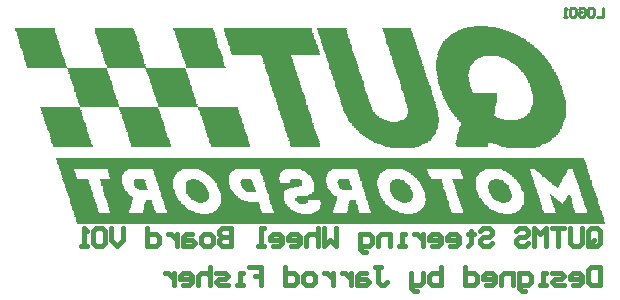
<source format=gbo>
%FSTAX23Y23*%
%MOIN*%
%SFA1B1*%

%IPPOS*%
%ADD12C,0.010000*%
%ADD15C,0.015000*%
%LNstrwl-p01-v01-1*%
%LPD*%
G36*
X0118Y02971D02*
X01182D01*
Y02969*
Y02966*
Y02964*
X01184*
Y02962*
Y0296*
Y02958*
X01186*
Y02955*
Y02953*
X01189*
Y02951*
Y02949*
Y02947*
Y02945*
X01191*
Y02942*
X01189*
Y0294*
Y02938*
X01193*
Y02936*
Y02934*
Y02931*
Y02929*
Y02927*
X01195*
Y02925*
Y02923*
Y0292*
X01197*
Y02918*
Y02916*
Y02914*
X01199*
Y02912*
Y0291*
Y02907*
X01202*
Y02905*
Y02903*
X01204*
Y02901*
Y02899*
Y02896*
X01206*
Y02894*
Y02892*
Y0289*
X01208*
Y02888*
Y02886*
X0121*
Y02883*
Y02881*
Y02879*
X01213*
Y02877*
Y02875*
Y02872*
Y0287*
X01215*
Y02868*
Y02866*
Y02864*
Y02861*
Y02859*
X01219*
Y02857*
X01217*
Y02855*
Y02853*
X01219*
Y02851*
Y02848*
Y02846*
X01221*
Y02844*
Y02842*
X01224*
Y0284*
X0109*
Y02842*
Y02844*
Y02846*
Y02848*
Y02851*
X01088*
Y02853*
Y02855*
X01086*
Y02857*
Y02859*
Y02861*
X01084*
Y02864*
Y02866*
Y02868*
Y0287*
X01081*
Y02872*
Y02875*
X01079*
Y02877*
Y02879*
Y02881*
X01077*
Y02883*
Y02886*
Y02888*
X01075*
Y0289*
Y02892*
Y02894*
X01073*
Y02896*
Y02899*
X01071*
Y02901*
Y02903*
Y02905*
X01068*
Y02907*
Y0291*
Y02912*
Y02914*
Y02916*
X01066*
Y02918*
Y0292*
Y02923*
X01064*
Y02925*
Y02927*
Y02929*
X01062*
Y02931*
Y02934*
Y02936*
X0106*
Y02938*
Y0294*
X01057*
Y02942*
Y02945*
Y02947*
Y02949*
X01055*
Y02951*
Y02953*
Y02955*
X01053*
Y02958*
Y0296*
Y02962*
X01051*
Y02964*
Y02966*
X01049*
Y02969*
Y02971*
Y02973*
X0118*
Y02971*
G37*
G36*
X00915D02*
Y02969D01*
X00918*
Y02966*
Y02964*
Y02962*
X0092*
Y0296*
Y02958*
Y02955*
X00922*
Y02953*
Y02951*
X00924*
Y02949*
Y02947*
Y02945*
X00926*
Y02942*
Y0294*
Y02938*
Y02936*
X00928*
Y02934*
Y02931*
Y02929*
X00931*
Y02927*
Y02925*
X00933*
Y02923*
Y0292*
Y02918*
Y02916*
Y02914*
X00937*
Y02912*
Y0291*
X00935*
Y02907*
X00937*
Y02905*
Y02903*
Y02901*
X00939*
Y02899*
Y02896*
Y02894*
X00942*
Y02892*
Y0289*
Y02888*
X00944*
Y02886*
Y02883*
X00946*
Y02881*
Y02879*
Y02877*
X00948*
Y02875*
Y02872*
Y0287*
X0095*
Y02868*
Y02866*
X00952*
Y02864*
Y02861*
Y02859*
Y02857*
Y02855*
Y02853*
Y02851*
X00957*
Y02848*
X00955*
Y02846*
X00957*
Y02844*
Y02842*
Y0284*
X01088*
Y02837*
Y02835*
X0109*
Y02833*
Y02831*
Y02829*
X01092*
Y02826*
Y02824*
X01095*
Y02822*
Y0282*
Y02818*
X01097*
Y02816*
Y02813*
Y02811*
X01099*
Y02809*
Y02807*
Y02805*
X01101*
Y02802*
Y028*
Y02798*
X01103*
Y02796*
Y02794*
Y02792*
X01105*
Y02789*
Y02787*
Y02785*
Y02783*
Y02781*
X01108*
Y02778*
X0111*
Y02776*
X01108*
Y02774*
X0111*
Y02772*
Y0277*
Y02767*
X01112*
Y02765*
Y02763*
Y02761*
X01114*
Y02759*
Y02757*
X01116*
Y02754*
Y02752*
Y0275*
X01119*
Y02748*
Y02746*
Y02743*
X01121*
Y02741*
Y02739*
Y02737*
X01123*
Y02735*
Y02732*
X01125*
Y0273*
Y02728*
Y02726*
Y02724*
Y02722*
Y02719*
X0113*
Y02717*
X01127*
Y02715*
Y02713*
X0113*
Y02711*
Y02708*
X00998*
Y02711*
Y02713*
Y02715*
Y02717*
X00996*
Y02719*
Y02722*
X00994*
Y02724*
Y02726*
Y02728*
X00992*
Y0273*
Y02732*
Y02735*
X0099*
Y02737*
Y02739*
Y02741*
X00987*
Y02743*
Y02746*
Y02748*
X00985*
Y0275*
Y02752*
X00983*
Y02754*
X00985*
Y02757*
Y02759*
X00981*
Y02761*
Y02763*
Y02765*
Y02767*
Y0277*
X00979*
Y02772*
Y02774*
Y02776*
X00977*
Y02778*
Y02781*
Y02783*
X00974*
Y02785*
Y02787*
Y02789*
X00972*
Y02792*
Y02794*
Y02796*
X0097*
Y02798*
Y028*
Y02802*
X00968*
Y02805*
Y02807*
Y02809*
X00966*
Y02811*
Y02813*
X00963*
Y02816*
Y02818*
Y0282*
X00961*
Y02822*
Y02824*
Y02826*
X00959*
Y02829*
Y02831*
Y02833*
Y02835*
Y02837*
X00955*
Y0284*
X00828*
Y02837*
Y02835*
Y02833*
Y02831*
Y02829*
X0083*
Y02826*
Y02824*
X00832*
Y02822*
Y0282*
Y02818*
X00834*
Y02816*
Y02813*
Y02811*
X00837*
Y02809*
Y02807*
Y02805*
X00839*
Y02802*
Y028*
Y02798*
X00841*
Y02796*
Y02794*
X00843*
Y02792*
Y02789*
Y02787*
X00845*
Y02785*
X00843*
Y02783*
X00848*
Y02781*
Y02778*
Y02776*
Y02774*
Y02772*
Y0277*
Y02767*
X0085*
Y02765*
Y02763*
Y02761*
X00852*
Y02759*
Y02757*
X00854*
Y02754*
Y02752*
Y0275*
X00856*
Y02748*
Y02746*
Y02743*
X00858*
Y02741*
Y02739*
Y02737*
X00861*
Y02735*
Y02732*
X00863*
Y0273*
Y02728*
Y02726*
X00865*
Y02724*
Y02722*
Y02719*
X00867*
Y02717*
Y02715*
X00869*
Y02713*
Y02711*
Y02708*
X00998*
Y02706*
Y02704*
Y02702*
X01001*
Y027*
Y02698*
Y02695*
X01003*
Y02693*
Y02691*
X01005*
Y02689*
Y02687*
Y02684*
X01007*
Y02682*
Y0268*
Y02678*
X01009*
Y02676*
Y02673*
X01011*
Y02671*
Y02669*
Y02667*
X01014*
Y02665*
Y02663*
Y0266*
X01016*
Y02658*
Y02656*
Y02654*
X01018*
Y02652*
X01016*
Y02649*
X01018*
Y02647*
X0102*
Y02645*
Y02643*
Y02641*
Y02638*
Y02636*
X01022*
Y02634*
Y02632*
Y0263*
Y02628*
X01025*
Y02625*
Y02623*
X01027*
Y02621*
Y02619*
Y02617*
X01029*
Y02614*
Y02612*
Y0261*
X01031*
Y02608*
Y02606*
X01033*
Y02604*
Y02601*
Y02599*
X01036*
Y02597*
Y02595*
Y02593*
X01038*
Y0259*
Y02588*
Y02586*
X0104*
Y02584*
Y02582*
X01042*
Y02579*
Y02577*
Y02575*
X00911*
Y02577*
X00909*
Y02579*
Y02582*
Y02584*
X00907*
Y02586*
Y02588*
Y0259*
X00904*
Y02593*
Y02595*
X00902*
Y02597*
Y02599*
Y02601*
X009*
Y02604*
Y02606*
Y02608*
X00898*
Y0261*
Y02612*
X00896*
Y02614*
Y02617*
Y02619*
Y02621*
Y02623*
Y02625*
X00891*
Y02628*
X00893*
Y0263*
Y02632*
X00891*
Y02634*
Y02636*
Y02638*
X00889*
Y02641*
Y02643*
Y02645*
X00887*
Y02647*
Y02649*
Y02652*
X00885*
Y02654*
Y02656*
Y02658*
X00883*
Y0266*
Y02663*
X0088*
Y02665*
Y02667*
Y02669*
X00878*
Y02671*
Y02673*
Y02676*
X00876*
Y02678*
Y0268*
Y02682*
Y02684*
Y02687*
X00872*
Y02689*
X00874*
Y02691*
Y02693*
X00872*
Y02695*
Y02698*
Y027*
X00869*
Y02702*
Y02704*
X00867*
Y02706*
Y02708*
X00738*
Y02706*
Y02704*
Y02702*
Y027*
Y02698*
X00743*
Y02695*
X0074*
Y02693*
Y02691*
X00743*
Y02689*
Y02687*
Y02684*
X00745*
Y02682*
Y0268*
Y02678*
X00747*
Y02676*
Y02673*
X00749*
Y02671*
Y02669*
Y02667*
X00751*
Y02665*
Y02663*
Y0266*
X00754*
Y02658*
Y02656*
Y02654*
X00756*
Y02652*
Y02649*
Y02647*
X00758*
Y02645*
Y02643*
X0076*
Y02641*
Y02638*
Y02636*
X00762*
Y02634*
X0076*
Y02632*
Y0263*
X00764*
Y02628*
X00762*
Y02625*
X00764*
Y02623*
Y02621*
Y02619*
X00767*
Y02617*
Y02614*
Y02612*
Y0261*
X00769*
Y02608*
Y02606*
X00771*
Y02604*
Y02601*
Y02599*
X00773*
Y02597*
Y02595*
Y02593*
X00775*
Y0259*
Y02588*
Y02586*
X00778*
Y02584*
Y02582*
X0078*
Y02579*
Y02577*
Y02575*
X00649*
Y02577*
X00646*
Y02579*
Y02582*
Y02584*
X00644*
Y02586*
Y02588*
Y0259*
X00642*
Y02593*
Y02595*
X0064*
Y02597*
Y02599*
Y02601*
X00638*
Y02604*
X0064*
Y02606*
Y02608*
X00636*
Y0261*
Y02612*
Y02614*
Y02617*
Y02619*
Y02621*
X00633*
Y02623*
Y02625*
Y02628*
X00631*
Y0263*
Y02632*
X00629*
Y02634*
Y02636*
Y02638*
X00627*
Y02641*
Y02643*
Y02645*
X00625*
Y02647*
Y02649*
Y02652*
X00622*
Y02654*
Y02656*
Y02658*
X0062*
Y0266*
Y02663*
X00618*
Y02665*
Y02667*
Y02669*
X00616*
Y02671*
X00618*
Y02673*
X00616*
Y02676*
X00614*
Y02678*
Y0268*
Y02682*
Y02684*
Y02687*
X00609*
Y02689*
X00611*
Y02691*
Y02693*
Y02695*
X00609*
Y02698*
Y027*
X00607*
Y02702*
Y02704*
Y02706*
X00605*
Y02708*
X00736*
Y02711*
Y02713*
Y02715*
Y02717*
X00734*
Y02719*
Y02722*
X00732*
Y02724*
Y02726*
Y02728*
X0073*
Y0273*
Y02732*
Y02735*
X00727*
Y02737*
Y02739*
Y02741*
X00725*
Y02743*
Y02746*
Y02748*
X00723*
Y0275*
Y02752*
Y02754*
Y02757*
Y02759*
X00719*
Y02761*
X00721*
Y02763*
X00719*
Y02765*
Y02767*
Y0277*
X00716*
Y02772*
Y02774*
Y02776*
Y02778*
X00714*
Y02781*
Y02783*
Y02785*
X00712*
Y02787*
Y02789*
X0071*
Y02792*
Y02794*
Y02796*
X00708*
Y02798*
Y028*
Y02802*
X00705*
Y02805*
Y02807*
Y02809*
X00703*
Y02811*
Y02813*
Y02816*
Y02818*
Y0282*
X00699*
Y02822*
X00701*
Y02824*
Y02826*
X00699*
Y02829*
Y02831*
X00697*
Y02833*
Y02835*
Y02837*
X00695*
Y0284*
X00561*
Y02842*
Y02844*
Y02846*
X00559*
Y02848*
Y02851*
Y02853*
X00557*
Y02855*
Y02857*
Y02859*
X00555*
Y02861*
Y02864*
Y02866*
X00552*
Y02868*
Y0287*
Y02872*
X0055*
Y02875*
Y02877*
Y02879*
Y02881*
Y02883*
X00546*
Y02886*
X00548*
Y02888*
Y0289*
X00546*
Y02892*
Y02894*
X00544*
Y02896*
Y02899*
Y02901*
X00542*
Y02903*
Y02905*
Y02907*
X00539*
Y0291*
Y02912*
Y02914*
X00537*
Y02916*
Y02918*
Y0292*
X00535*
Y02923*
Y02925*
X00533*
Y02927*
Y02929*
Y02931*
Y02934*
X00531*
Y02936*
Y02938*
Y0294*
Y02942*
Y02945*
X00526*
Y02947*
X00528*
Y02949*
Y02951*
X00526*
Y02953*
Y02955*
Y02958*
X00524*
Y0296*
Y02962*
X00522*
Y02964*
Y02966*
Y02969*
X0052*
Y02971*
Y02973*
X00653*
Y02971*
Y02969*
Y02966*
X00655*
Y02964*
Y02962*
Y0296*
Y02958*
Y02955*
X00657*
Y02953*
Y02951*
Y02949*
X0066*
Y02947*
Y02945*
Y02942*
X00662*
Y0294*
Y02938*
Y02936*
X00664*
Y02934*
Y02931*
Y02929*
X00666*
Y02927*
Y02925*
Y02923*
X00668*
Y0292*
Y02918*
Y02916*
X0067*
Y02914*
Y02912*
Y0291*
Y02907*
Y02905*
X00675*
Y02903*
Y02901*
Y02899*
Y02896*
Y02894*
Y02892*
X00677*
Y0289*
Y02888*
X00679*
Y02886*
Y02883*
Y02881*
X00681*
Y02879*
Y02877*
Y02875*
X00684*
Y02872*
Y0287*
Y02868*
X00686*
Y02866*
Y02864*
X00688*
Y02861*
Y02859*
Y02857*
X0069*
Y02855*
Y02853*
Y02851*
Y02848*
X00692*
Y02846*
Y02844*
X00695*
Y02842*
Y0284*
X00826*
Y02842*
Y02844*
Y02846*
Y02848*
X00824*
Y02851*
Y02853*
X00821*
Y02855*
Y02857*
Y02859*
Y02861*
X00819*
Y02864*
Y02866*
Y02868*
X00817*
Y0287*
Y02872*
X00815*
Y02875*
Y02877*
Y02879*
X00813*
Y02881*
Y02883*
Y02886*
X0081*
Y02888*
X00813*
Y0289*
Y02892*
X00808*
Y02894*
Y02896*
Y02899*
Y02901*
Y02903*
X00806*
Y02905*
Y02907*
Y0291*
X00804*
Y02912*
Y02914*
Y02916*
X00802*
Y02918*
Y0292*
X00799*
Y02923*
Y02925*
Y02927*
X00797*
Y02929*
Y02931*
Y02934*
X00795*
Y02936*
Y02938*
Y0294*
X00793*
Y02942*
Y02945*
Y02947*
X00791*
Y02949*
Y02951*
Y02953*
X00789*
Y02955*
Y02958*
Y0296*
X00786*
Y02962*
Y02964*
Y02966*
Y02969*
Y02971*
X00784*
Y02973*
X00915*
Y02971*
G37*
G36*
X01842D02*
Y02969D01*
Y02966*
Y02964*
Y02962*
X01844*
Y0296*
Y02958*
Y02955*
X01847*
Y02953*
Y02951*
X01849*
Y02949*
Y02947*
Y02945*
Y02942*
X01851*
Y0294*
Y02938*
Y02936*
X01853*
Y02934*
Y02931*
Y02929*
X01855*
Y02927*
Y02925*
X01857*
Y02923*
Y0292*
Y02918*
Y02916*
Y02914*
X01862*
Y02912*
X0186*
Y0291*
Y02907*
X01862*
Y02905*
Y02903*
Y02901*
X01864*
Y02899*
Y02896*
Y02894*
X01866*
Y02892*
Y0289*
Y02888*
X01868*
Y02886*
Y02883*
X01871*
Y02881*
Y02879*
Y02877*
X01873*
Y02875*
Y02872*
Y0287*
X01875*
Y02868*
Y02866*
Y02864*
X01877*
Y02861*
Y02859*
Y02857*
X01879*
Y02855*
Y02853*
Y02851*
X01881*
Y02848*
X01879*
Y02846*
X01884*
Y02844*
Y02842*
Y0284*
Y02837*
Y02835*
Y02833*
X01886*
Y02831*
Y02829*
Y02826*
X01888*
Y02824*
Y02822*
X0189*
Y0282*
Y02818*
Y02816*
X01892*
Y02813*
Y02811*
Y02809*
X01895*
Y02807*
Y02805*
Y02802*
X01897*
Y028*
Y02798*
X01899*
Y02796*
Y02794*
Y02792*
X01901*
Y02789*
Y02787*
Y02785*
Y02783*
X01903*
Y02781*
Y02778*
X01906*
Y02776*
Y02774*
Y02772*
Y0277*
Y02767*
Y02765*
X0191*
Y02763*
X01908*
Y02761*
X0191*
Y02759*
Y02757*
Y02754*
X01912*
Y02752*
Y0275*
Y02748*
X01914*
Y02746*
Y02743*
Y02741*
X01916*
Y02739*
Y02737*
X01919*
Y02735*
Y02732*
Y0273*
X01921*
Y02728*
Y02726*
Y02724*
X01923*
Y02722*
X01921*
Y02719*
X01923*
Y02717*
X01925*
Y02715*
Y02713*
Y02711*
Y02708*
Y02706*
Y02704*
X01927*
Y02702*
Y027*
Y02698*
X0193*
Y02695*
Y02693*
Y02691*
Y02689*
X01932*
Y02687*
Y02684*
Y02682*
Y0268*
Y02678*
Y02676*
X01934*
Y02673*
Y02671*
Y02669*
Y02667*
Y02665*
Y02663*
Y0266*
Y02658*
Y02656*
Y02654*
X01932*
Y02652*
Y02649*
Y02647*
Y02645*
Y02643*
X0193*
Y02641*
Y02638*
Y02636*
X01927*
Y02634*
Y02632*
X01925*
Y0263*
Y02628*
Y02625*
Y02623*
X01921*
Y02621*
X01923*
Y02619*
X01921*
Y02617*
Y02614*
X01919*
Y02612*
X01914*
Y0261*
Y02608*
X01912*
Y02606*
X0191*
Y02604*
Y02601*
X01908*
Y02599*
X01906*
Y02597*
X01901*
Y02595*
X01899*
Y02593*
X01897*
Y0259*
X0189*
Y02588*
X01888*
Y02586*
X01884*
Y02584*
X01879*
Y02582*
X01875*
Y02579*
X01868*
Y02577*
X01862*
Y02575*
X01855*
Y02573*
X01847*
Y02571*
X01781*
Y02573*
X0177*
Y02575*
X01759*
Y02577*
X01755*
Y02579*
X01748*
Y02582*
X01742*
Y02584*
X01735*
Y02586*
X01728*
Y02588*
X01726*
Y0259*
X01718*
Y02593*
X01713*
Y02595*
X01709*
Y02597*
X01707*
Y02599*
X01702*
Y02601*
X01698*
Y02604*
X01696*
Y02606*
X01691*
Y02608*
X01689*
Y0261*
X01687*
Y02612*
X0168*
Y02614*
X01678*
Y02617*
X01676*
Y02619*
X01672*
Y02621*
Y02623*
X01667*
Y02625*
Y02628*
X01663*
Y0263*
Y02632*
X01659*
Y02634*
X01656*
Y02636*
Y02638*
X01652*
Y02641*
X0165*
Y02643*
Y02645*
X01645*
Y02647*
Y02649*
X01643*
Y02652*
Y02654*
X01639*
Y02656*
Y02658*
X01637*
Y0266*
X01634*
Y02663*
X01632*
Y02665*
Y02667*
X0163*
Y02669*
Y02671*
Y02673*
X01628*
Y02676*
X01626*
Y02678*
Y0268*
X01624*
Y02682*
Y02684*
X01621*
Y02687*
Y02689*
X01619*
Y02691*
Y02693*
X01617*
Y02695*
X01615*
Y02698*
Y027*
Y02702*
X01613*
Y02704*
Y02706*
Y02708*
X0161*
Y02711*
Y02713*
Y02715*
X01608*
Y02717*
Y02719*
Y02722*
Y02724*
Y02726*
X01604*
Y02728*
X01606*
Y0273*
Y02732*
X01604*
Y02735*
Y02737*
Y02739*
Y02741*
X01602*
Y02743*
Y02746*
X016*
Y02748*
Y0275*
Y02752*
X01597*
Y02754*
Y02757*
Y02759*
X01595*
Y02761*
Y02763*
X01593*
Y02765*
Y02767*
Y0277*
X01591*
Y02772*
Y02774*
Y02776*
X01589*
Y02778*
Y02781*
Y02783*
X01586*
Y02785*
Y02787*
Y02789*
Y02792*
Y02794*
X01582*
Y02796*
X01584*
Y02798*
Y028*
X01582*
Y02802*
Y02805*
X0158*
Y02807*
Y02809*
Y02811*
X01578*
Y02813*
Y02816*
Y02818*
Y0282*
X01575*
Y02822*
Y02824*
Y02826*
X01573*
Y02829*
Y02831*
X01571*
Y02833*
Y02835*
Y02837*
X01569*
Y0284*
Y02842*
Y02844*
X01567*
Y02846*
Y02848*
Y02851*
Y02853*
Y02855*
X01565*
Y02857*
Y02859*
Y02861*
X01562*
Y02864*
Y02866*
Y02868*
X0156*
Y0287*
Y02872*
X01558*
Y02875*
Y02877*
Y02879*
X01556*
Y02881*
Y02883*
Y02886*
X01554*
Y02888*
Y0289*
Y02892*
X01551*
Y02894*
Y02896*
Y02899*
X01549*
Y02901*
Y02903*
Y02905*
X01547*
Y02907*
Y0291*
Y02912*
X01545*
Y02914*
Y02916*
Y02918*
Y0292*
Y02923*
X0154*
Y02925*
Y02927*
Y02929*
Y02931*
Y02934*
Y02936*
X01538*
Y02938*
Y0294*
X01536*
Y02942*
Y02945*
Y02947*
X01534*
Y02949*
Y02951*
Y02953*
X01532*
Y02955*
Y02958*
Y0296*
X0153*
Y02962*
Y02964*
X01527*
Y02966*
Y02969*
Y02971*
X01525*
Y02973*
X01621*
Y02971*
X01626*
Y02969*
X01624*
Y02966*
Y02964*
X01628*
Y02962*
X01626*
Y0296*
X01628*
Y02958*
Y02955*
Y02953*
X0163*
Y02951*
Y02949*
Y02947*
X01632*
Y02945*
Y02942*
Y0294*
X01634*
Y02938*
Y02936*
Y02934*
X01637*
Y02931*
Y02929*
Y02927*
X01639*
Y02925*
Y02923*
Y0292*
X01641*
Y02918*
Y02916*
Y02914*
X01643*
Y02912*
Y0291*
Y02907*
Y02905*
Y02903*
X01648*
Y02901*
X01645*
Y02899*
Y02896*
X01648*
Y02894*
Y02892*
Y0289*
X0165*
Y02888*
Y02886*
X01652*
Y02883*
Y02881*
Y02879*
X01654*
Y02877*
Y02875*
Y02872*
X01656*
Y0287*
Y02868*
Y02866*
X01659*
Y02864*
Y02861*
X01661*
Y02859*
Y02857*
Y02855*
Y02853*
X01663*
Y02851*
Y02848*
Y02846*
X01665*
Y02844*
Y02842*
X01667*
Y0284*
X01665*
Y02837*
Y02835*
X01669*
Y02833*
Y02831*
Y02829*
Y02826*
Y02824*
X01672*
Y02822*
Y0282*
Y02818*
X01674*
Y02816*
Y02813*
Y02811*
X01676*
Y02809*
Y02807*
Y02805*
X01678*
Y02802*
Y028*
Y02798*
X0168*
Y02796*
Y02794*
X01683*
Y02792*
Y02789*
Y02787*
X01685*
Y02785*
Y02783*
Y02781*
Y02778*
Y02776*
Y02774*
X01689*
Y02772*
X01687*
Y0277*
Y02767*
X01689*
Y02765*
Y02763*
Y02761*
X01691*
Y02759*
Y02757*
X01694*
Y02754*
Y02752*
Y0275*
X01696*
Y02748*
Y02746*
Y02743*
X01698*
Y02741*
Y02739*
Y02737*
X017*
Y02735*
Y02732*
X01702*
Y0273*
Y02728*
Y02726*
X01704*
Y02724*
Y02722*
Y02719*
X01707*
Y02717*
Y02715*
X01709*
Y02713*
X01707*
Y02711*
Y02708*
X01711*
Y02706*
Y02704*
Y02702*
Y027*
Y02698*
X01713*
Y02695*
Y02693*
X01718*
Y02691*
X0172*
Y02689*
Y02687*
X01722*
Y02684*
X01724*
Y02682*
X01726*
Y0268*
X01731*
Y02678*
X01733*
Y02676*
X01735*
Y02673*
X01742*
Y02671*
X01744*
Y02669*
X0175*
Y02667*
X01757*
Y02665*
X01761*
Y02663*
X01772*
Y0266*
X01796*
Y02663*
X01805*
Y02665*
X01812*
Y02667*
X01816*
Y02669*
X0182*
Y02671*
X01822*
Y02673*
X01825*
Y02676*
X01827*
Y02678*
Y0268*
X01829*
Y02682*
Y02684*
X01831*
Y02687*
Y02689*
Y02691*
Y02693*
Y02695*
Y02698*
Y027*
Y02702*
Y02704*
Y02706*
X01829*
Y02708*
Y02711*
Y02713*
X01827*
Y02715*
Y02717*
Y02719*
X01825*
Y02722*
Y02724*
X01822*
Y02726*
Y02728*
Y0273*
Y02732*
Y02735*
Y02737*
X0182*
Y02739*
Y02741*
Y02743*
X01818*
Y02746*
Y02748*
Y0275*
X01816*
Y02752*
Y02754*
Y02757*
X01814*
Y02759*
Y02761*
Y02763*
X01812*
Y02765*
Y02767*
X01809*
Y0277*
Y02772*
Y02774*
X01807*
Y02776*
Y02778*
Y02781*
X01805*
Y02783*
X01807*
Y02785*
X01803*
Y02787*
Y02789*
Y02792*
Y02794*
Y02796*
Y02798*
X01801*
Y028*
Y02802*
Y02805*
X01796*
Y02807*
X01798*
Y02809*
X01796*
Y02811*
Y02813*
Y02816*
X01794*
Y02818*
Y0282*
Y02822*
X01792*
Y02824*
Y02826*
Y02829*
Y02831*
X0179*
Y02833*
Y02835*
X01788*
Y02837*
Y0284*
Y02842*
X01785*
Y02844*
Y02846*
Y02848*
X01783*
Y02851*
Y02853*
X01781*
Y02855*
Y02857*
Y02859*
Y02861*
Y02864*
Y02866*
X01777*
Y02868*
X01779*
Y0287*
Y02872*
X01777*
Y02875*
Y02877*
Y02879*
X01774*
Y02881*
Y02883*
X01772*
Y02886*
Y02888*
Y0289*
X0177*
Y02892*
Y02894*
X01768*
Y02896*
Y02899*
Y02901*
X01766*
Y02903*
Y02905*
Y02907*
Y0291*
X01763*
Y02912*
Y02914*
Y02916*
X01761*
Y02918*
Y0292*
X01759*
Y02923*
Y02925*
Y02927*
Y02929*
Y02931*
Y02934*
X01755*
Y02936*
X01757*
Y02938*
X01755*
Y0294*
Y02942*
Y02945*
X01753*
Y02947*
Y02949*
Y02951*
X0175*
Y02953*
Y02955*
Y02958*
X01748*
Y0296*
Y02962*
X01746*
Y02964*
Y02966*
Y02969*
X01744*
Y02971*
Y02973*
X01842*
Y02971*
G37*
G36*
X0151D02*
Y02969D01*
X01512*
Y02966*
Y02964*
Y02962*
Y0296*
Y02958*
Y02955*
X01516*
Y02953*
X01514*
Y02951*
Y02949*
X01516*
Y02947*
Y02945*
Y02942*
X01519*
Y0294*
Y02938*
Y02936*
X01521*
Y02934*
Y02931*
X01523*
Y02929*
Y02927*
Y02925*
X01525*
Y02923*
Y0292*
Y02918*
X01527*
Y02916*
Y02914*
X0153*
Y02912*
Y0291*
Y02907*
X01532*
Y02905*
Y02903*
Y02901*
X01534*
Y02899*
Y02896*
Y02894*
X01536*
Y02892*
X01534*
Y0289*
Y02888*
X01538*
Y02886*
Y02883*
Y02881*
X01442*
Y02879*
Y02877*
Y02875*
X01444*
Y02872*
Y0287*
Y02868*
X01446*
Y02866*
Y02864*
X01449*
Y02861*
Y02859*
Y02857*
X01451*
Y02855*
Y02853*
Y02851*
Y02848*
Y02846*
X01455*
Y02844*
X01453*
Y02842*
Y0284*
X01455*
Y02837*
Y02835*
Y02833*
X01457*
Y02831*
Y02829*
Y02826*
Y02824*
X0146*
Y02822*
Y0282*
X01462*
Y02818*
Y02816*
Y02813*
X01464*
Y02811*
Y02809*
Y02807*
X01466*
Y02805*
Y02802*
X01468*
Y028*
Y02798*
Y02796*
X01471*
Y02794*
Y02792*
Y02789*
Y02787*
Y02785*
Y02783*
X01475*
Y02781*
X01473*
Y02778*
X01475*
Y02776*
Y02774*
Y02772*
X01477*
Y0277*
Y02767*
Y02765*
X01479*
Y02763*
Y02761*
Y02759*
X01481*
Y02757*
Y02754*
X01484*
Y02752*
Y0275*
Y02748*
X01486*
Y02746*
Y02743*
Y02741*
Y02739*
X01488*
Y02737*
Y02735*
X0149*
Y02732*
Y0273*
Y02728*
X01492*
Y02726*
Y02724*
Y02722*
Y02719*
Y02717*
Y02715*
X01497*
Y02713*
Y02711*
Y02708*
Y02706*
Y02704*
X01499*
Y02702*
Y027*
Y02698*
X01501*
Y02695*
Y02693*
X01503*
Y02691*
Y02689*
Y02687*
X01506*
Y02684*
Y02682*
Y0268*
X01508*
Y02678*
Y02676*
Y02673*
X0151*
Y02671*
Y02669*
X01512*
Y02667*
Y02665*
Y02663*
Y0266*
X01514*
Y02658*
X01512*
Y02656*
Y02654*
X01516*
Y02652*
X01514*
Y02649*
X01516*
Y02647*
Y02645*
Y02643*
X01519*
Y02641*
Y02638*
Y02636*
X01521*
Y02634*
Y02632*
Y0263*
X01523*
Y02628*
Y02625*
X01525*
Y02623*
Y02621*
Y02619*
X01527*
Y02617*
Y02614*
Y02612*
X0153*
Y0261*
Y02608*
Y02606*
X01532*
Y02604*
Y02601*
X01534*
Y02599*
Y02597*
Y02595*
X01536*
Y02593*
X01534*
Y0259*
Y02588*
X01538*
Y02586*
Y02584*
Y02582*
Y02579*
Y02577*
X0154*
Y02575*
X0144*
Y02577*
Y02579*
X01438*
Y02582*
Y02584*
Y02586*
X01436*
Y02588*
Y0259*
Y02593*
Y02595*
Y02597*
X01431*
Y02599*
X01433*
Y02601*
Y02604*
X01431*
Y02606*
Y02608*
Y0261*
X01429*
Y02612*
Y02614*
X01427*
Y02617*
Y02619*
Y02621*
X01425*
Y02623*
Y02625*
Y02628*
X01422*
Y0263*
Y02632*
Y02634*
X0142*
Y02636*
Y02638*
Y02641*
X01418*
Y02643*
Y02645*
Y02647*
X01416*
Y02649*
Y02652*
Y02654*
X01414*
Y02656*
Y02658*
Y0266*
Y02663*
Y02665*
X01409*
Y02667*
X01412*
Y02669*
Y02671*
X01409*
Y02673*
Y02676*
Y02678*
X01407*
Y0268*
Y02682*
X01405*
Y02684*
Y02687*
Y02689*
X01403*
Y02691*
Y02693*
Y02695*
X01401*
Y02698*
Y027*
X01398*
Y02702*
Y02704*
Y02706*
Y02708*
X01396*
Y02711*
Y02713*
Y02715*
X01394*
Y02717*
Y02719*
Y02722*
Y02724*
Y02726*
X0139*
Y02728*
X01392*
Y0273*
Y02732*
X0139*
Y02735*
Y02737*
Y02739*
X01387*
Y02741*
Y02743*
X01385*
Y02746*
Y02748*
Y0275*
X01383*
Y02752*
Y02754*
Y02757*
X01381*
Y02759*
Y02761*
Y02763*
X01379*
Y02765*
Y02767*
X01377*
Y0277*
Y02772*
Y02774*
X01374*
Y02776*
Y02778*
Y02781*
X01372*
Y02783*
Y02785*
Y02787*
Y02789*
Y02792*
Y02794*
X01368*
Y02796*
Y02798*
Y028*
Y02802*
Y02805*
X01366*
Y02807*
Y02809*
Y02811*
X01363*
Y02813*
Y02816*
Y02818*
X01361*
Y0282*
Y02822*
Y02824*
X01359*
Y02826*
Y02829*
Y02831*
X01357*
Y02833*
Y02835*
X01355*
Y02837*
Y0284*
Y02842*
X01353*
Y02844*
Y02846*
Y02848*
Y02851*
Y02853*
X01348*
Y02855*
X0135*
Y02857*
Y02859*
X01346*
Y02861*
Y02864*
Y02866*
Y02868*
Y0287*
Y02872*
X01344*
Y02875*
Y02877*
Y02879*
X01342*
Y02881*
X01243*
Y02883*
Y02886*
X01241*
Y02888*
Y0289*
Y02892*
Y02894*
Y02896*
X01239*
Y02899*
Y02901*
Y02903*
Y02905*
X01237*
Y02907*
Y0291*
Y02912*
X01234*
Y02914*
Y02916*
X01232*
Y02918*
Y0292*
Y02923*
X0123*
Y02925*
Y02927*
Y02929*
X01228*
Y02931*
Y02934*
Y02936*
X01226*
Y02938*
Y0294*
X01224*
Y02942*
Y02945*
Y02947*
X01221*
Y02949*
Y02951*
Y02953*
Y02955*
Y02958*
Y0296*
X01219*
Y02962*
Y02964*
X01217*
Y02966*
Y02969*
Y02971*
X01215*
Y02973*
X0151*
Y02971*
G37*
G36*
X01263Y02706D02*
Y02704D01*
X01265*
Y02702*
Y027*
Y02698*
X01267*
Y02695*
Y02693*
X01269*
Y02691*
Y02689*
Y02687*
X01272*
Y02684*
Y02682*
Y0268*
X01274*
Y02678*
Y02676*
Y02673*
X01276*
Y02671*
Y02669*
X01278*
Y02667*
Y02665*
Y02663*
Y0266*
Y02658*
Y02656*
X01283*
Y02654*
X0128*
Y02652*
X01283*
Y02649*
Y02647*
Y02645*
X01285*
Y02643*
Y02641*
Y02638*
Y02636*
X01287*
Y02634*
Y02632*
Y0263*
X01289*
Y02628*
Y02625*
X01291*
Y02623*
Y02621*
Y02619*
X01293*
Y02617*
Y02614*
Y02612*
X01296*
Y0261*
Y02608*
Y02606*
X01298*
Y02604*
Y02601*
Y02599*
Y02597*
Y02595*
X01302*
Y02593*
X013*
Y0259*
Y02588*
X01302*
Y02586*
Y02584*
X01304*
Y02582*
Y02579*
Y02577*
X01307*
Y02575*
X01173*
Y02577*
Y02579*
Y02582*
Y02584*
Y02586*
X01171*
Y02588*
Y0259*
X01169*
Y02593*
Y02595*
Y02597*
X01167*
Y02599*
Y02601*
Y02604*
X01165*
Y02606*
Y02608*
Y0261*
X01162*
Y02612*
Y02614*
X0116*
Y02617*
Y02619*
Y02621*
X01158*
Y02623*
Y02625*
Y02628*
X01156*
Y0263*
X01158*
Y02632*
X01154*
Y02634*
Y02636*
Y02638*
Y02641*
Y02643*
Y02645*
Y02647*
X01151*
Y02649*
Y02652*
Y02654*
X01149*
Y02656*
Y02658*
X01147*
Y0266*
Y02663*
Y02665*
X01145*
Y02667*
Y02669*
Y02671*
X01143*
Y02673*
Y02676*
Y02678*
X0114*
Y0268*
Y02682*
X01138*
Y02684*
Y02687*
Y02689*
X01136*
Y02691*
Y02693*
Y02695*
X01134*
Y02698*
Y027*
X01132*
Y02702*
Y02704*
Y02706*
Y02708*
X01263*
Y02706*
G37*
G36*
X02098Y02977D02*
Y02975D01*
X02124*
Y02973*
X02133*
Y02971*
X02139*
Y02969*
X02146*
Y02966*
X02155*
Y02964*
X02159*
Y02962*
X02166*
Y0296*
X02172*
Y02958*
X02174*
Y02955*
X02183*
Y02953*
X02188*
Y02951*
X02192*
Y02949*
X02196*
Y02947*
X02201*
Y02945*
X02205*
Y02942*
X02209*
Y0294*
X02212*
Y02938*
X02216*
Y02936*
X02218*
Y02934*
X02225*
Y02931*
Y02929*
X02229*
Y02927*
X02233*
Y02925*
X02236*
Y02923*
X02238*
Y0292*
X0224*
Y02918*
X02244*
Y02916*
X02247*
Y02914*
X02251*
Y02912*
Y0291*
X02255*
Y02907*
X02257*
Y02905*
X0226*
Y02903*
X02262*
Y02901*
X02264*
Y02899*
X02266*
Y02896*
X02268*
Y02894*
X02271*
Y02892*
X02273*
Y0289*
X02275*
Y02888*
X02277*
Y02886*
X02279*
Y02883*
X02282*
Y02881*
X02284*
Y02879*
X02286*
Y02877*
X02288*
Y02875*
Y02872*
X0229*
Y0287*
X02292*
Y02868*
X02295*
Y02866*
Y02864*
X02297*
Y02861*
X02299*
Y02859*
X02301*
Y02857*
Y02855*
X02303*
Y02853*
X02306*
Y02851*
Y02848*
X02308*
Y02846*
X0231*
Y02844*
X02312*
Y02842*
Y0284*
Y02837*
X02317*
Y02835*
X02319*
Y02833*
X02317*
Y02831*
X02319*
Y02829*
Y02826*
X02321*
Y02824*
X02323*
Y02822*
Y0282*
X02325*
Y02818*
Y02816*
X02327*
Y02813*
Y02811*
X0233*
Y02809*
Y02807*
X02332*
Y02805*
Y02802*
X02334*
Y028*
Y02798*
Y02796*
Y02794*
X02338*
Y02792*
X02336*
Y02789*
X02338*
Y02787*
Y02785*
Y02783*
X02341*
Y02781*
Y02778*
X02343*
Y02776*
Y02774*
Y02772*
X02345*
Y0277*
Y02767*
Y02765*
X02347*
Y02763*
Y02761*
Y02759*
X02349*
Y02757*
Y02754*
Y02752*
X02351*
Y0275*
Y02748*
Y02746*
Y02743*
Y02741*
X02354*
Y02739*
Y02737*
Y02735*
Y02732*
X02356*
Y0273*
Y02728*
Y02726*
Y02724*
Y02722*
Y02719*
Y02717*
Y02715*
Y02713*
Y02711*
Y02708*
Y02706*
Y02704*
Y02702*
Y027*
Y02698*
Y02695*
Y02693*
Y02691*
Y02689*
Y02687*
Y02684*
Y02682*
Y0268*
Y02678*
Y02676*
Y02673*
X02354*
Y02671*
Y02669*
Y02667*
Y02665*
X02351*
Y02663*
Y0266*
Y02658*
X02349*
Y02656*
Y02654*
Y02652*
X02347*
Y02649*
Y02647*
X02345*
Y02645*
Y02643*
Y02641*
X02343*
Y02638*
Y02636*
X02341*
Y02634*
X02338*
Y02632*
X02336*
Y0263*
X02338*
Y02628*
X02336*
Y02625*
X02334*
Y02623*
Y02621*
X02332*
Y02619*
X0233*
Y02617*
X02327*
Y02614*
X02325*
Y02612*
X02323*
Y0261*
X02321*
Y02608*
X02319*
Y02606*
X02317*
Y02604*
X02312*
Y02601*
Y02599*
X02308*
Y02597*
X02306*
Y02595*
X02303*
Y02593*
X02299*
Y0259*
X02295*
Y02588*
X0229*
Y02586*
X02286*
Y02584*
X02279*
Y02582*
X02275*
Y02579*
X02271*
Y02577*
X02264*
Y02575*
X02257*
Y02573*
X02249*
Y02571*
X02168*
Y02573*
X02157*
Y02575*
X02146*
Y02577*
X02142*
Y02579*
X02133*
Y02582*
X02126*
Y02584*
X02122*
Y02586*
X02115*
Y02588*
X02111*
Y0259*
X02098*
Y02588*
Y02586*
Y02584*
Y02582*
Y02579*
Y02577*
X02096*
Y02575*
X01991*
Y02577*
X01993*
Y02579*
X01991*
Y02582*
Y02584*
Y02586*
X01989*
Y02588*
Y0259*
X01991*
Y02593*
Y02595*
Y02597*
Y02599*
X01993*
Y02601*
Y02604*
Y02606*
X01995*
Y02608*
Y0261*
Y02612*
Y02614*
Y02617*
Y02619*
X01997*
Y02621*
Y02623*
Y02625*
X02*
Y02628*
Y0263*
Y02632*
X02002*
Y02634*
Y02636*
Y02638*
Y02641*
X02004*
Y02643*
Y02645*
Y02647*
X02006*
Y02649*
Y02652*
Y02654*
Y02656*
Y02658*
X02004*
Y0266*
X02002*
Y02663*
X02*
Y02665*
X01997*
Y02667*
X01995*
Y02669*
X01993*
Y02671*
X01991*
Y02673*
X01993*
Y02676*
X01989*
Y02678*
X01986*
Y0268*
X01984*
Y02682*
Y02684*
X01982*
Y02687*
X0198*
Y02689*
X01978*
Y02691*
Y02693*
X01975*
Y02695*
Y02698*
Y027*
X01969*
Y02702*
X01971*
Y02704*
X01969*
Y02706*
Y02708*
X01965*
Y02711*
Y02713*
Y02715*
X01962*
Y02717*
Y02719*
X0196*
Y02722*
X01958*
Y02724*
X01956*
Y02726*
Y02728*
X01954*
Y0273*
Y02732*
Y02735*
Y02737*
X01949*
Y02739*
X01951*
Y02741*
Y02743*
X01949*
Y02746*
X01947*
Y02748*
Y0275*
X01945*
Y02752*
Y02754*
Y02757*
X01943*
Y02759*
Y02761*
X01941*
Y02763*
Y02765*
X01938*
Y02767*
Y0277*
Y02772*
X01936*
Y02774*
Y02776*
Y02778*
X01934*
Y02781*
Y02783*
Y02785*
X01932*
Y02787*
Y02789*
Y02792*
Y02794*
Y02796*
Y02798*
Y028*
Y02802*
X01927*
Y02805*
X0193*
Y02807*
Y02809*
Y02811*
X01927*
Y02813*
Y02816*
Y02818*
Y0282*
Y02822*
Y02824*
Y02826*
Y02829*
X01925*
Y02831*
Y02833*
Y02835*
Y02837*
Y0284*
Y02842*
Y02844*
Y02846*
Y02848*
Y02851*
Y02853*
Y02855*
Y02857*
Y02859*
Y02861*
Y02864*
X01927*
Y02866*
Y02868*
Y0287*
Y02872*
Y02875*
Y02877*
X0193*
Y02879*
Y02881*
Y02883*
X01927*
Y02886*
X01932*
Y02888*
Y0289*
Y02892*
Y02894*
Y02896*
X01934*
Y02899*
Y02901*
X01936*
Y02903*
Y02905*
Y02907*
X01938*
Y0291*
X01941*
Y02912*
Y02914*
X01943*
Y02916*
X01945*
Y02918*
Y0292*
Y02923*
X01949*
Y02925*
X01951*
Y02927*
X01949*
Y02929*
X01954*
Y02931*
Y02934*
X01958*
Y02936*
X0196*
Y02938*
X01962*
Y0294*
X01965*
Y02942*
X01967*
Y02945*
X01969*
Y02947*
X01971*
Y02949*
X01975*
Y02951*
Y02953*
X0198*
Y02955*
X01986*
Y02958*
X01989*
Y0296*
X01993*
Y02962*
X01997*
Y02964*
X02002*
Y02966*
X02008*
Y02969*
X02013*
Y02971*
X02021*
Y02973*
X02028*
Y02975*
X0205*
Y02977*
Y02979*
X02098*
Y02977*
G37*
G36*
X02419Y02536D02*
X02417D01*
Y02534*
Y02531*
X02421*
Y02529*
Y02527*
Y02525*
X02424*
Y02523*
Y0252*
Y02518*
Y02516*
Y02514*
X02426*
Y02512*
Y0251*
Y02507*
X02428*
Y02505*
Y02503*
Y02501*
X0243*
Y02499*
Y02496*
X02432*
Y02494*
Y02492*
Y0249*
X02435*
Y02488*
Y02485*
Y02483*
X02437*
Y02481*
Y02479*
Y02477*
X02439*
Y02475*
Y02472*
Y0247*
X02441*
Y02468*
X02439*
Y02466*
Y02464*
X02443*
Y02461*
Y02459*
Y02457*
Y02455*
Y02453*
X02445*
Y0245*
Y02448*
Y02446*
X02448*
Y02444*
Y02442*
Y0244*
X0245*
Y02437*
Y02435*
Y02433*
X02452*
Y02431*
Y02429*
X02454*
Y02426*
Y02424*
Y02422*
X02456*
Y0242*
Y02418*
Y02416*
X02459*
Y02413*
Y02411*
X02461*
Y02409*
Y02407*
Y02405*
X02463*
Y02402*
Y024*
Y02398*
X02465*
Y02396*
Y02394*
Y02391*
Y02389*
Y02387*
Y02385*
X02467*
Y02383*
Y02381*
Y02378*
X0247*
Y02376*
Y02374*
Y02372*
X02472*
Y0237*
Y02367*
Y02365*
X02474*
Y02363*
Y02361*
X02476*
Y02359*
Y02357*
Y02354*
X02478*
Y02352*
Y0235*
Y02348*
X0248*
Y02346*
Y02343*
X02483*
Y02341*
Y02339*
Y02337*
X02485*
Y02335*
Y02332*
Y0233*
Y02328*
Y02326*
Y02324*
X02489*
Y02322*
Y02319*
X00727*
Y02322*
Y02324*
Y02326*
X00725*
Y02328*
Y0233*
X00723*
Y02332*
Y02335*
Y02337*
Y02339*
Y02341*
Y02343*
X00719*
Y02346*
X00721*
Y02348*
X00719*
Y0235*
Y02352*
Y02354*
X00716*
Y02357*
Y02359*
Y02361*
X00714*
Y02363*
Y02365*
Y02367*
X00712*
Y0237*
Y02372*
X0071*
Y02374*
Y02376*
Y02378*
X00708*
Y02381*
Y02383*
Y02385*
Y02387*
X00705*
Y02389*
Y02391*
Y02394*
X00703*
Y02396*
Y02398*
Y024*
Y02402*
Y02405*
X00699*
Y02407*
X00701*
Y02409*
Y02411*
X00699*
Y02413*
Y02416*
Y02418*
X00697*
Y0242*
Y02422*
X00695*
Y02424*
Y02426*
Y02429*
X00692*
Y02431*
Y02433*
Y02435*
X0069*
Y02437*
Y0244*
X00688*
Y02442*
Y02444*
Y02446*
X00686*
Y02448*
Y0245*
Y02453*
X00684*
Y02455*
Y02457*
Y02459*
X00681*
Y02461*
Y02464*
Y02466*
X00679*
Y02468*
X00681*
Y0247*
Y02472*
X00677*
Y02475*
X00679*
Y02477*
X00677*
Y02479*
Y02481*
Y02483*
X00675*
Y02485*
Y02488*
Y0249*
X00673*
Y02492*
Y02494*
Y02496*
X0067*
Y02499*
Y02501*
Y02503*
X00668*
Y02505*
Y02507*
X00666*
Y0251*
Y02512*
Y02514*
X00664*
Y02516*
Y02518*
Y0252*
X00662*
Y02523*
Y02525*
Y02527*
Y02529*
Y02531*
X00657*
Y02534*
X0066*
Y02536*
X00657*
Y02538*
X02419*
Y02536*
G37*
%LNstrwl-p01-v01-2*%
%LPC*%
G36*
X02133Y02879D02*
X0208D01*
Y02877*
X02078*
Y02875*
X02074*
Y02872*
X02065*
Y0287*
X02063*
Y02868*
X02061*
Y02866*
X02059*
Y02864*
X02054*
Y02861*
X02052*
Y02859*
X0205*
Y02857*
Y02855*
X02048*
Y02853*
X02043*
Y02851*
Y02848*
X02041*
Y02846*
Y02844*
X02039*
Y02842*
Y0284*
Y02837*
X02037*
Y02835*
Y02833*
Y02831*
X02035*
Y02829*
Y02826*
Y02824*
Y02822*
Y0282*
Y02818*
X02032*
Y02816*
Y02813*
Y02811*
Y02809*
X02035*
Y02807*
Y02805*
Y02802*
Y028*
Y02798*
Y02796*
Y02794*
Y02792*
X02037*
Y02789*
Y02787*
Y02785*
Y02783*
X02039*
Y02781*
Y02778*
Y02776*
X02041*
Y02774*
Y02772*
Y0277*
X02043*
Y02767*
Y02765*
Y02763*
X02045*
Y02761*
Y02759*
X02048*
Y02757*
X02124*
Y02754*
X02126*
Y02752*
Y0275*
Y02748*
X02129*
Y02746*
Y02743*
Y02741*
Y02739*
Y02737*
Y02735*
Y02732*
X02126*
Y0273*
Y02728*
Y02726*
Y02724*
Y02722*
X02124*
Y02719*
Y02717*
Y02715*
Y02713*
X02122*
Y02711*
Y02708*
Y02706*
Y02704*
Y02702*
X0212*
Y027*
Y02698*
Y02695*
Y02693*
Y02691*
Y02689*
Y02687*
Y02684*
X02118*
Y02682*
Y0268*
X0212*
Y02678*
X02124*
Y02676*
X02126*
Y02673*
X02137*
Y02671*
Y02669*
X0215*
Y02667*
X02163*
Y02665*
X0219*
Y02667*
X02198*
Y02669*
X02209*
Y02671*
Y02673*
X02218*
Y02676*
X0222*
Y02678*
X02223*
Y0268*
X02227*
Y02682*
Y02684*
X02231*
Y02687*
Y02689*
X02236*
Y02691*
Y02693*
X02238*
Y02695*
Y02698*
X0224*
Y027*
Y02702*
X02242*
Y02704*
Y02706*
Y02708*
X02244*
Y02711*
Y02713*
Y02715*
X02247*
Y02717*
Y02719*
Y02722*
Y02724*
Y02726*
Y02728*
Y0273*
Y02732*
Y02735*
Y02737*
Y02739*
Y02741*
Y02743*
Y02746*
Y02748*
Y0275*
Y02752*
X02244*
Y02754*
Y02757*
Y02759*
Y02761*
Y02763*
X02242*
Y02765*
Y02767*
Y0277*
X0224*
Y02772*
Y02774*
Y02776*
X02238*
Y02778*
Y02781*
X02236*
Y02783*
Y02785*
Y02787*
Y02789*
X02231*
Y02792*
Y02794*
Y02796*
Y02798*
X02229*
Y028*
Y02802*
X02227*
Y02805*
X02225*
Y02807*
Y02809*
Y02811*
X0222*
Y02813*
Y02816*
X02218*
Y02818*
X02216*
Y0282*
Y02822*
X02214*
Y02824*
X02212*
Y02826*
X02209*
Y02829*
Y02831*
X02207*
Y02833*
X02205*
Y02835*
X02203*
Y02837*
X02201*
Y0284*
X02198*
Y02842*
X02196*
Y02844*
X02194*
Y02846*
X02192*
Y02848*
X02188*
Y02851*
X02185*
Y02853*
X02181*
Y02855*
X02179*
Y02857*
X02174*
Y02859*
X02172*
Y02861*
X02168*
Y02864*
X02163*
Y02866*
X02161*
Y02868*
X02155*
Y0287*
X02153*
Y02872*
X02142*
Y02875*
X02135*
Y02877*
X02133*
Y02879*
G37*
G36*
X02382Y02503D02*
X02365D01*
Y02501*
Y02499*
X02362*
Y02496*
Y02494*
Y02492*
X0236*
Y0249*
Y02488*
X02356*
Y02485*
Y02483*
Y02481*
X02354*
Y02479*
X02351*
Y02477*
Y02475*
X02349*
Y02472*
Y0247*
X02347*
Y02468*
X02345*
Y02466*
Y02464*
X02343*
Y02461*
Y02459*
X02341*
Y02457*
Y02455*
X02336*
Y02453*
X02338*
Y0245*
X02334*
Y02448*
Y02446*
Y02444*
Y02442*
X02332*
Y0244*
X02327*
Y02442*
X02323*
Y02444*
X02321*
Y02446*
X02319*
Y02448*
X02317*
Y0245*
X02312*
Y02453*
X0231*
Y02455*
X02308*
Y02457*
Y02459*
X02301*
Y02461*
X02299*
Y02464*
Y02466*
X02295*
Y02468*
X02292*
Y0247*
X0229*
Y02472*
X02288*
Y02475*
X02284*
Y02477*
X02279*
Y02479*
Y02481*
X02277*
Y02483*
X02273*
Y02485*
X02271*
Y02488*
X02268*
Y0249*
X02266*
Y02492*
X02262*
Y02494*
X0226*
Y02496*
X02257*
Y02499*
X02255*
Y02501*
X02253*
Y02503*
X02238*
Y02501*
Y02499*
Y02496*
X0224*
Y02494*
Y02492*
Y0249*
X02242*
Y02488*
Y02485*
Y02483*
X02244*
Y02481*
Y02479*
Y02477*
X02247*
Y02475*
Y02472*
X02249*
Y0247*
Y02468*
Y02466*
X02251*
Y02464*
Y02461*
Y02459*
Y02457*
Y02455*
Y02453*
X02253*
Y0245*
Y02448*
X02255*
Y02446*
Y02444*
Y02442*
X02257*
Y0244*
Y02437*
Y02435*
X0226*
Y02433*
Y02431*
X02262*
Y02429*
Y02426*
Y02424*
Y02422*
X02264*
Y0242*
Y02418*
Y02416*
X02266*
Y02413*
Y02411*
Y02409*
Y02407*
Y02405*
X02271*
Y02402*
Y024*
Y02398*
Y02396*
Y02394*
Y02391*
X02273*
Y02389*
Y02387*
Y02385*
X02275*
Y02383*
Y02381*
X02277*
Y02378*
Y02376*
Y02374*
X02279*
Y02372*
Y0237*
Y02367*
X02282*
Y02365*
Y02363*
X02284*
Y02361*
Y02359*
Y02357*
X02286*
Y02354*
X02323*
Y02357*
Y02359*
X02321*
Y02361*
Y02363*
Y02365*
Y02367*
Y0237*
Y02372*
X02319*
Y02374*
Y02376*
X02314*
Y02378*
X02317*
Y02381*
Y02383*
X02314*
Y02385*
Y02387*
Y02389*
X02312*
Y02391*
Y02394*
X0231*
Y02396*
Y02398*
Y024*
X02308*
Y02402*
Y02405*
Y02407*
X02306*
Y02409*
Y02411*
Y02413*
X02303*
Y02416*
Y02418*
X02306*
Y02416*
X0231*
Y02413*
X02312*
Y02411*
X02317*
Y02409*
X02319*
Y02407*
X02321*
Y02405*
X02323*
Y02402*
X02327*
Y024*
X0233*
Y02398*
X02332*
Y02396*
X02334*
Y02394*
X02338*
Y02391*
X02341*
Y02389*
X02343*
Y02387*
X02349*
Y02389*
Y02391*
X02351*
Y02394*
X02354*
Y02396*
Y02398*
X02356*
Y024*
X02358*
Y02402*
Y02405*
X0236*
Y02407*
X02362*
Y02409*
Y02411*
Y02413*
X02365*
Y02416*
X02367*
Y02418*
Y0242*
X02369*
Y02418*
Y02416*
X02371*
Y02413*
Y02411*
X02373*
Y02409*
Y02407*
Y02405*
X02376*
Y02402*
Y024*
Y02398*
Y02396*
Y02394*
Y02391*
X02378*
Y02389*
Y02387*
Y02385*
X0238*
Y02383*
Y02381*
Y02378*
X02382*
Y02376*
Y02374*
Y02372*
X02384*
Y0237*
Y02367*
Y02365*
X02386*
Y02363*
Y02361*
X02389*
Y02359*
Y02357*
Y02354*
X02428*
Y02357*
Y02359*
Y02361*
Y02363*
X02426*
Y02365*
Y02367*
Y0237*
X02424*
Y02372*
Y02374*
X02421*
Y02376*
Y02378*
Y02381*
X02419*
Y02383*
Y02385*
Y02387*
X02417*
Y02389*
Y02391*
Y02394*
X02415*
Y02396*
Y02398*
X02413*
Y024*
Y02402*
Y02405*
X0241*
Y02407*
Y02409*
Y02411*
Y02413*
X02408*
Y02416*
Y02418*
X02406*
Y0242*
X02408*
Y02422*
Y02424*
X02404*
Y02426*
Y02429*
Y02431*
Y02433*
Y02435*
Y02437*
X02402*
Y0244*
Y02442*
X024*
Y02444*
Y02446*
Y02448*
X02397*
Y0245*
Y02453*
Y02455*
X02395*
Y02457*
Y02459*
X02393*
Y02461*
Y02464*
Y02466*
X02391*
Y02468*
Y0247*
Y02472*
X02389*
Y02475*
Y02477*
Y02479*
Y02481*
Y02483*
X02384*
Y02485*
Y02488*
X02386*
Y0249*
X02384*
Y02492*
X02382*
Y02494*
Y02496*
Y02499*
Y02501*
Y02503*
G37*
G36*
X02004D02*
X01895D01*
Y02501*
Y02499*
Y02496*
X01897*
Y02494*
Y02492*
X01899*
Y0249*
Y02488*
Y02485*
X01901*
Y02483*
Y02481*
Y02479*
X01903*
Y02477*
Y02475*
X01906*
Y02472*
Y0247*
Y02468*
X01943*
Y02466*
Y02464*
Y02461*
X01945*
Y02459*
Y02457*
Y02455*
X01947*
Y02453*
Y0245*
Y02448*
Y02446*
Y02444*
X01951*
Y02442*
X01949*
Y0244*
Y02437*
X01951*
Y02435*
Y02433*
Y02431*
X01954*
Y02429*
Y02426*
Y02424*
X01956*
Y02422*
Y0242*
Y02418*
X01958*
Y02416*
Y02413*
Y02411*
X0196*
Y02409*
Y02407*
X01962*
Y02405*
Y02402*
Y024*
X01965*
Y02398*
Y02396*
Y02394*
X01967*
Y02391*
Y02389*
Y02387*
Y02385*
Y02383*
X01969*
Y02381*
Y02378*
Y02376*
X01973*
Y02374*
X01971*
Y02372*
Y0237*
X01973*
Y02367*
Y02365*
X01975*
Y02363*
Y02361*
Y02359*
X01978*
Y02357*
Y02354*
X02015*
Y02357*
Y02359*
Y02361*
Y02363*
X02013*
Y02365*
Y02367*
Y0237*
X0201*
Y02372*
Y02374*
X02008*
Y02376*
Y02378*
Y02381*
X02006*
Y02383*
Y02385*
Y02387*
X02004*
Y02389*
Y02391*
Y02394*
X02002*
Y02396*
Y02398*
X02*
Y024*
Y02402*
Y02405*
X01997*
Y02407*
Y02409*
Y02411*
X01995*
Y02413*
Y02416*
Y02418*
Y0242*
Y02422*
X01991*
Y02424*
X01993*
Y02426*
Y02429*
X01991*
Y02431*
Y02433*
Y02435*
Y02437*
X01989*
Y0244*
Y02442*
X01986*
Y02444*
Y02446*
Y02448*
X01984*
Y0245*
Y02453*
Y02455*
X01982*
Y02457*
Y02459*
X0198*
Y02461*
Y02464*
Y02466*
X01978*
Y02468*
X02015*
Y0247*
Y02472*
X02013*
Y02475*
Y02477*
Y02479*
X0201*
Y02481*
Y02483*
Y02485*
X02008*
Y02488*
Y0249*
Y02492*
X02006*
Y02494*
Y02496*
Y02499*
X02004*
Y02501*
Y02503*
G37*
G36*
X01661D02*
X01584D01*
Y02501*
X01578*
Y02499*
X01573*
Y02496*
X01569*
Y02494*
Y02492*
X01565*
Y0249*
X01562*
Y02488*
X01565*
Y02485*
X0156*
Y02483*
Y02481*
Y02479*
Y02477*
X01558*
Y02475*
Y02472*
Y0247*
Y02468*
Y02466*
Y02464*
Y02461*
Y02459*
Y02457*
X0156*
Y02455*
Y02453*
Y0245*
Y02448*
Y02446*
Y02444*
X01565*
Y02442*
X01562*
Y0244*
X01565*
Y02437*
Y02435*
X01567*
Y02433*
X01569*
Y02431*
X01571*
Y02429*
X01573*
Y02426*
Y02424*
X01575*
Y02422*
X01578*
Y0242*
X0158*
Y02418*
Y02416*
X01584*
Y02413*
X01586*
Y02411*
X01593*
Y02409*
Y02407*
X01595*
Y02405*
Y02402*
Y024*
X01593*
Y02398*
Y02396*
Y02394*
X01591*
Y02391*
Y02389*
Y02387*
X01589*
Y02385*
Y02383*
Y02381*
X01586*
Y02378*
Y02376*
Y02374*
X01584*
Y02372*
Y0237*
Y02367*
X01582*
Y02365*
Y02363*
Y02361*
Y02359*
Y02357*
Y02354*
X01628*
Y02357*
Y02359*
Y02361*
Y02363*
X0163*
Y02365*
Y02367*
Y0237*
Y02372*
Y02374*
Y02376*
Y02378*
X01634*
Y02381*
Y02383*
X01632*
Y02385*
X01634*
Y02387*
Y02389*
Y02391*
Y02394*
X01637*
Y02396*
Y02398*
X01656*
Y02396*
Y02394*
X01659*
Y02391*
Y02389*
Y02387*
X01661*
Y02385*
Y02383*
X01663*
Y02381*
Y02378*
Y02376*
X01665*
Y02374*
Y02372*
Y0237*
Y02367*
Y02365*
X01669*
Y02363*
Y02361*
Y02359*
Y02357*
Y02354*
X01707*
Y02357*
Y02359*
Y02361*
Y02363*
X01704*
Y02365*
Y02367*
Y0237*
X01702*
Y02372*
Y02374*
X017*
Y02376*
Y02378*
Y02381*
Y02383*
X01698*
Y02385*
Y02387*
Y02389*
Y02391*
Y02394*
X01696*
Y02396*
X01694*
Y02398*
X01696*
Y024*
X01691*
Y02402*
Y02405*
Y02407*
Y02409*
Y02411*
Y02413*
X01689*
Y02416*
Y02418*
X01687*
Y0242*
Y02422*
Y02424*
X01685*
Y02426*
Y02429*
Y02431*
X01683*
Y02433*
Y02435*
Y02437*
X0168*
Y0244*
Y02442*
X01678*
Y02444*
Y02446*
Y02448*
X01676*
Y0245*
Y02453*
Y02455*
Y02457*
Y02459*
Y02461*
X01672*
Y02464*
Y02466*
Y02468*
Y0247*
Y02472*
Y02475*
X01669*
Y02477*
Y02479*
Y02481*
X01667*
Y02483*
Y02485*
X01665*
Y02488*
Y0249*
Y02492*
X01663*
Y02494*
Y02496*
Y02499*
X01661*
Y02501*
Y02503*
G37*
G36*
X01337D02*
X01261D01*
Y02501*
X01254*
Y02499*
X0125*
Y02496*
X01248*
Y02494*
X01245*
Y02492*
X01241*
Y0249*
X01239*
Y02488*
Y02485*
X01237*
Y02483*
Y02481*
X01234*
Y02479*
Y02477*
Y02475*
Y02472*
Y0247*
Y02468*
Y02466*
Y02464*
Y02461*
Y02459*
Y02457*
Y02455*
Y02453*
Y0245*
Y02448*
X01239*
Y02446*
X01237*
Y02444*
Y02442*
X01239*
Y0244*
Y02437*
X01241*
Y02435*
Y02433*
X01243*
Y02431*
X01245*
Y02429*
X01248*
Y02426*
Y02424*
X0125*
Y02422*
X01252*
Y0242*
X01254*
Y02418*
Y02416*
X01256*
Y02413*
X01259*
Y02411*
X01263*
Y02409*
X01265*
Y02407*
X01267*
Y02405*
X01272*
Y02402*
X01274*
Y024*
X01278*
Y02398*
X01283*
Y02396*
X01289*
Y02394*
X01298*
Y02391*
X01335*
Y02389*
Y02387*
Y02385*
X01337*
Y02383*
Y02381*
X01339*
Y02378*
Y02376*
Y02374*
Y02372*
Y0237*
X01342*
Y02367*
X01344*
Y02365*
X01342*
Y02363*
X01344*
Y02361*
Y02359*
Y02357*
X01348*
Y02354*
X01383*
Y02357*
Y02359*
Y02361*
Y02363*
X01381*
Y02365*
Y02367*
Y0237*
X01379*
Y02372*
Y02374*
X01377*
Y02376*
Y02378*
Y02381*
X01374*
Y02383*
Y02385*
Y02387*
X01372*
Y02389*
Y02391*
Y02394*
Y02396*
Y02398*
X01368*
Y024*
Y02402*
Y02405*
Y02407*
Y02409*
Y02411*
X01366*
Y02413*
Y02416*
Y02418*
X01363*
Y0242*
Y02422*
X01361*
Y02424*
Y02426*
Y02429*
Y02431*
X01359*
Y02433*
Y02435*
Y02437*
X01357*
Y0244*
Y02442*
X01355*
Y02444*
Y02446*
Y02448*
X01353*
Y0245*
Y02453*
Y02455*
Y02457*
Y02459*
X01348*
Y02461*
X0135*
Y02464*
Y02466*
X01346*
Y02468*
Y0247*
Y02472*
Y02475*
Y02477*
Y02479*
X01344*
Y02481*
Y02483*
X01342*
Y02485*
Y02488*
Y0249*
X01339*
Y02492*
Y02494*
Y02496*
X01337*
Y02499*
Y02501*
Y02503*
G37*
G36*
X00981D02*
X00904D01*
Y02501*
X00898*
Y02499*
X00893*
Y02496*
X00891*
Y02494*
X00887*
Y02492*
X00885*
Y0249*
Y02488*
X00883*
Y02485*
X0088*
Y02483*
Y02481*
X00878*
Y02479*
Y02477*
Y02475*
X00876*
Y02472*
Y0247*
Y02468*
Y02466*
Y02464*
Y02461*
Y02459*
X00878*
Y02457*
Y02455*
Y02453*
X0088*
Y0245*
Y02448*
Y02446*
X00883*
Y02444*
Y02442*
Y0244*
X00885*
Y02437*
X00887*
Y02435*
Y02433*
X00889*
Y02431*
Y02429*
X00893*
Y02426*
Y02424*
X00896*
Y02422*
Y0242*
X009*
Y02418*
Y02416*
X00904*
Y02413*
X00907*
Y02411*
X00911*
Y02409*
X00913*
Y02407*
X00915*
Y02405*
X00913*
Y02402*
X00915*
Y024*
X00911*
Y02398*
Y02396*
Y02394*
Y02391*
Y02389*
Y02387*
X00909*
Y02385*
Y02383*
Y02381*
Y02378*
X00907*
Y02376*
Y02374*
Y02372*
X00904*
Y0237*
Y02367*
Y02365*
X00902*
Y02363*
Y02361*
Y02359*
Y02357*
X00904*
Y02354*
X00946*
Y02357*
Y02359*
Y02361*
X00948*
Y02363*
Y02365*
Y02367*
X0095*
Y0237*
Y02372*
Y02374*
Y02376*
X00952*
Y02378*
Y02381*
Y02383*
Y02385*
X00955*
Y02387*
Y02389*
Y02391*
X00957*
Y02394*
Y02396*
Y02398*
X00977*
Y02396*
X00979*
Y02394*
Y02391*
Y02389*
Y02387*
Y02385*
X00981*
Y02383*
Y02381*
Y02378*
X00983*
Y02376*
Y02374*
Y02372*
X00985*
Y0237*
Y02367*
Y02365*
X00987*
Y02363*
Y02361*
X0099*
Y02359*
Y02357*
Y02354*
X01027*
Y02357*
Y02359*
Y02361*
Y02363*
Y02365*
X01022*
Y02367*
X01025*
Y0237*
X01022*
Y02372*
Y02374*
Y02376*
X0102*
Y02378*
Y02381*
Y02383*
X01018*
Y02385*
Y02387*
Y02389*
X01016*
Y02391*
Y02394*
X01014*
Y02396*
Y02398*
Y024*
Y02402*
X01011*
Y02405*
Y02407*
Y02409*
X01009*
Y02411*
Y02413*
X01007*
Y02416*
Y02418*
Y0242*
Y02422*
Y02424*
Y02426*
X01003*
Y02429*
X01005*
Y02431*
Y02433*
X01001*
Y02435*
Y02437*
Y0244*
Y02442*
Y02444*
X00998*
Y02446*
Y02448*
Y0245*
X00996*
Y02453*
Y02455*
Y02457*
X00994*
Y02459*
Y02461*
X00992*
Y02464*
Y02466*
Y02468*
X0099*
Y0247*
Y02472*
Y02475*
X00987*
Y02477*
Y02479*
Y02481*
X00985*
Y02483*
Y02485*
Y02488*
X00983*
Y0249*
X00985*
Y02492*
Y02494*
X00981*
Y02496*
Y02499*
Y02501*
Y02503*
G37*
G36*
X00826D02*
X00719D01*
Y02501*
Y02499*
Y02496*
Y02494*
X00721*
Y02492*
Y0249*
Y02488*
X00723*
Y02485*
Y02483*
Y02481*
X00725*
Y02479*
Y02477*
Y02475*
X00727*
Y02472*
Y0247*
X0073*
Y02468*
X00764*
Y02466*
Y02464*
X00767*
Y02461*
Y02459*
Y02457*
X00769*
Y02455*
Y02453*
X00771*
Y0245*
Y02448*
Y02446*
X00773*
Y02444*
Y02442*
Y0244*
Y02437*
X00775*
Y02435*
Y02433*
X00778*
Y02431*
Y02429*
Y02426*
X0078*
Y02424*
Y02422*
Y0242*
Y02418*
Y02416*
Y02413*
X00784*
Y02411*
X00782*
Y02409*
X00784*
Y02407*
Y02405*
Y02402*
X00786*
Y024*
Y02398*
Y02396*
X00789*
Y02394*
Y02391*
X00791*
Y02389*
Y02387*
Y02385*
X00793*
Y02383*
Y02381*
Y02378*
X00795*
Y02376*
Y02374*
Y02372*
X00797*
Y0237*
Y02367*
Y02365*
X00799*
Y02363*
Y02361*
Y02359*
X00802*
Y02357*
Y02354*
X00837*
Y02357*
Y02359*
Y02361*
Y02363*
X00834*
Y02365*
Y02367*
Y0237*
Y02372*
Y02374*
Y02376*
X0083*
Y02378*
X00832*
Y02381*
Y02383*
X0083*
Y02385*
Y02387*
Y02389*
X00828*
Y02391*
Y02394*
X00826*
Y02396*
Y02398*
Y024*
X00824*
Y02402*
Y02405*
Y02407*
X00821*
Y02409*
Y02411*
Y02413*
X00819*
Y02416*
Y02418*
X00817*
Y0242*
Y02422*
Y02424*
X00815*
Y02426*
Y02429*
Y02431*
X00813*
Y02433*
Y02435*
Y02437*
Y0244*
Y02442*
Y02444*
X00808*
Y02446*
Y02448*
Y0245*
Y02453*
Y02455*
Y02457*
X00806*
Y02459*
Y02461*
X00804*
Y02464*
Y02466*
Y02468*
X00837*
Y0247*
Y02472*
Y02475*
X00834*
Y02477*
Y02479*
Y02481*
Y02483*
Y02485*
Y02488*
X0083*
Y0249*
X00832*
Y02492*
Y02494*
X0083*
Y02496*
Y02499*
Y02501*
X00826*
Y02503*
G37*
G36*
X02137D02*
X02089D01*
Y02501*
X02087*
Y02499*
X02083*
Y02496*
X02078*
Y02494*
X02076*
Y02492*
X02072*
Y0249*
X02069*
Y02488*
X02067*
Y02485*
Y02483*
X02065*
Y02481*
X02063*
Y02479*
X02061*
Y02477*
Y02475*
X02059*
Y02472*
Y0247*
Y02468*
Y02466*
X02056*
Y02464*
Y02461*
Y02459*
Y02457*
Y02455*
Y02453*
Y0245*
Y02448*
Y02446*
Y02444*
Y02442*
X02059*
Y0244*
Y02437*
Y02435*
Y02433*
X02061*
Y02431*
Y02429*
Y02426*
X02063*
Y02424*
Y02422*
X02065*
Y0242*
Y02418*
Y02416*
X02067*
Y02413*
Y02411*
X02069*
Y02409*
Y02407*
X02072*
Y02405*
X02074*
Y02402*
X02076*
Y024*
Y02398*
X02078*
Y02396*
X0208*
Y02394*
Y02391*
X02083*
Y02389*
X02085*
Y02387*
Y02385*
X02089*
Y02383*
X02091*
Y02381*
X02094*
Y02378*
X02096*
Y02376*
X021*
Y02374*
X02102*
Y02372*
Y0237*
X02109*
Y02367*
Y02365*
X02118*
Y02363*
X0212*
Y02361*
X02124*
Y02359*
X02131*
Y02357*
X02137*
Y02354*
X02146*
Y02352*
X02177*
Y02354*
X02185*
Y02357*
X0219*
Y02359*
X02194*
Y02361*
X02196*
Y02363*
X02201*
Y02365*
X02205*
Y02367*
Y0237*
X02209*
Y02372*
Y02374*
Y02376*
X02212*
Y02378*
Y02381*
Y02383*
X02216*
Y02385*
Y02387*
Y02389*
Y02391*
Y02394*
Y02396*
Y02398*
Y024*
Y02402*
Y02405*
Y02407*
Y02409*
Y02411*
Y02413*
Y02416*
Y02418*
Y0242*
Y02422*
Y02424*
X02212*
Y02426*
X02214*
Y02429*
X02212*
Y02431*
X02209*
Y02433*
Y02435*
Y02437*
Y0244*
X02207*
Y02442*
Y02444*
X02205*
Y02446*
Y02448*
X02203*
Y0245*
Y02453*
X02201*
Y02455*
Y02457*
X02198*
Y02459*
X02194*
Y02461*
Y02464*
Y02466*
X0219*
Y02468*
Y0247*
X02185*
Y02472*
Y02475*
X02183*
Y02477*
X02179*
Y02479*
Y02481*
X02174*
Y02483*
X0217*
Y02485*
X02168*
Y02488*
X02163*
Y0249*
X02161*
Y02492*
X02159*
Y02494*
X02155*
Y02496*
X02148*
Y02499*
X02144*
Y02501*
X02137*
Y02503*
G37*
G36*
X01809D02*
X01759D01*
Y02501*
X01757*
Y02499*
X01753*
Y02496*
X01748*
Y02494*
X01746*
Y02492*
X01744*
Y0249*
X01742*
Y02488*
X01739*
Y02485*
X01737*
Y02483*
X01735*
Y02481*
X01733*
Y02479*
Y02477*
Y02475*
Y02472*
X01731*
Y0247*
Y02468*
Y02466*
Y02464*
X01728*
Y02461*
Y02459*
Y02457*
Y02455*
Y02453*
Y0245*
Y02448*
Y02446*
X01731*
Y02444*
Y02442*
Y0244*
Y02437*
Y02435*
X01733*
Y02433*
Y02431*
Y02429*
Y02426*
Y02424*
Y02422*
X01737*
Y0242*
X01735*
Y02418*
X01737*
Y02416*
Y02413*
X01739*
Y02411*
X01742*
Y02409*
Y02407*
X01744*
Y02405*
Y02402*
X01746*
Y024*
X01748*
Y02398*
Y02396*
X0175*
Y02394*
X01753*
Y02391*
X01755*
Y02389*
Y02387*
Y02385*
X01759*
Y02383*
X01761*
Y02381*
X01763*
Y02378*
X01768*
Y02376*
X0177*
Y02374*
X01772*
Y02372*
X01774*
Y0237*
X01779*
Y02367*
X01783*
Y02365*
X01788*
Y02363*
X01792*
Y02361*
X01796*
Y02359*
X01801*
Y02357*
X01807*
Y02354*
X01818*
Y02352*
X01849*
Y02354*
X01855*
Y02357*
X0186*
Y02359*
X01864*
Y02361*
X01866*
Y02363*
X01871*
Y02365*
X01875*
Y02367*
Y0237*
X01879*
Y02372*
X01881*
Y02374*
Y02376*
X01884*
Y02378*
Y02381*
X01886*
Y02383*
Y02385*
Y02387*
Y02389*
Y02391*
Y02394*
Y02396*
X0189*
Y02398*
Y024*
Y02402*
Y02405*
Y02407*
X01886*
Y02409*
Y02411*
Y02413*
Y02416*
Y02418*
Y0242*
Y02422*
Y02424*
Y02426*
X01884*
Y02429*
Y02431*
Y02433*
X01881*
Y02435*
Y02437*
Y0244*
X01879*
Y02442*
X01877*
Y02444*
Y02446*
X01875*
Y02448*
Y0245*
X01873*
Y02453*
X01871*
Y02455*
Y02457*
Y02459*
X01866*
Y02461*
X01864*
Y02464*
Y02466*
X0186*
Y02468*
Y0247*
Y02472*
X01855*
Y02475*
Y02477*
X01851*
Y02479*
X01849*
Y02481*
X01844*
Y02483*
X01842*
Y02485*
X0184*
Y02488*
X01836*
Y0249*
X01833*
Y02492*
X01829*
Y02494*
X01825*
Y02496*
X0182*
Y02499*
X01814*
Y02501*
X01809*
Y02503*
G37*
G36*
X01468D02*
X01422D01*
Y02501*
X0142*
Y02499*
X01414*
Y02496*
X01412*
Y02494*
Y02492*
X01407*
Y0249*
Y02488*
X01405*
Y02485*
Y02483*
X01403*
Y02481*
Y02479*
Y02477*
X01401*
Y02475*
Y02472*
Y0247*
Y02468*
Y02466*
X01403*
Y02464*
Y02461*
Y02459*
Y02457*
X01405*
Y02455*
X01438*
Y02457*
Y02459*
Y02461*
Y02464*
X0144*
Y02466*
X01442*
Y02468*
X01444*
Y0247*
X01453*
Y02472*
X01455*
Y0247*
X01466*
Y02468*
X01471*
Y02466*
X01475*
Y02464*
X01477*
Y02461*
X01479*
Y02459*
Y02457*
Y02455*
Y02453*
Y0245*
Y02448*
Y02446*
X01475*
Y02444*
X01466*
Y02442*
X01451*
Y0244*
X01433*
Y02437*
X01431*
Y02435*
X01427*
Y02433*
X01422*
Y02431*
X0142*
Y02429*
X01418*
Y02426*
Y02424*
X01416*
Y02422*
Y0242*
Y02418*
Y02416*
Y02413*
Y02411*
Y02409*
Y02407*
Y02405*
Y02402*
X01418*
Y024*
Y02398*
Y02396*
Y02394*
X0142*
Y02391*
X01422*
Y02389*
Y02387*
Y02385*
X01427*
Y02383*
Y02381*
X01429*
Y02378*
X01431*
Y02376*
X01433*
Y02374*
X01436*
Y02372*
Y0237*
X0144*
Y02367*
X01442*
Y02365*
X01449*
Y02363*
X01453*
Y02361*
X01455*
Y02359*
X0146*
Y02357*
X01466*
Y02354*
X01475*
Y02352*
X0151*
Y02354*
X01514*
Y02357*
X01519*
Y02359*
X01523*
Y02361*
X01527*
Y02363*
X0153*
Y02365*
X01534*
Y02367*
Y0237*
X01536*
Y02372*
X01538*
Y02374*
Y02376*
Y02378*
Y02381*
X0154*
Y02383*
Y02385*
Y02387*
Y02389*
Y02391*
X01538*
Y02394*
Y02396*
Y02398*
X01536*
Y024*
X01499*
Y02398*
Y02396*
Y02394*
X01497*
Y02391*
Y02389*
X01492*
Y02387*
X01466*
Y02389*
X01464*
Y02391*
X0146*
Y02394*
X01457*
Y02396*
X01455*
Y02398*
Y024*
Y02402*
Y02405*
Y02407*
X0146*
Y02409*
X01462*
Y02411*
X01488*
Y02413*
X01497*
Y02416*
X01501*
Y02418*
X01506*
Y0242*
X0151*
Y02422*
X01512*
Y02424*
X01514*
Y02426*
X01516*
Y02429*
Y02431*
X01519*
Y02433*
Y02435*
Y02437*
Y0244*
Y02442*
Y02444*
Y02446*
Y02448*
Y0245*
Y02453*
Y02455*
X01516*
Y02457*
Y02459*
X01514*
Y02461*
Y02464*
X01512*
Y02466*
Y02468*
X0151*
Y0247*
Y02472*
X01508*
Y02475*
X01506*
Y02477*
Y02479*
X01503*
Y02481*
X01499*
Y02483*
Y02485*
X01495*
Y02488*
X01492*
Y0249*
X0149*
Y02492*
X01486*
Y02494*
X01484*
Y02496*
X01477*
Y02499*
X01473*
Y02501*
X01468*
Y02503*
G37*
G36*
X01127D02*
X01081D01*
Y02501*
X01077*
Y02499*
X01073*
Y02496*
X01066*
Y02494*
Y02492*
X01062*
Y0249*
Y02488*
X0106*
Y02485*
X01057*
Y02483*
X01055*
Y02481*
X01053*
Y02479*
Y02477*
X01051*
Y02475*
Y02472*
Y0247*
X01049*
Y02468*
Y02466*
Y02464*
Y02461*
Y02459*
X01046*
Y02457*
Y02455*
Y02453*
Y0245*
Y02448*
X01049*
Y02446*
Y02444*
Y02442*
Y0244*
Y02437*
X01051*
Y02435*
Y02433*
Y02431*
X01053*
Y02429*
Y02426*
Y02424*
X01055*
Y02422*
Y0242*
Y02418*
X01057*
Y02416*
Y02413*
X0106*
Y02411*
X01062*
Y02409*
Y02407*
Y02405*
X01064*
Y02402*
Y024*
X01066*
Y02398*
X01068*
Y02396*
Y02394*
X01073*
Y02391*
X01075*
Y02389*
Y02387*
X01077*
Y02385*
X01081*
Y02383*
X01084*
Y02381*
X01086*
Y02378*
X01088*
Y02376*
Y02374*
X01092*
Y02372*
X01095*
Y0237*
X01099*
Y02367*
X01101*
Y02365*
X01108*
Y02363*
X0111*
Y02361*
X01116*
Y02359*
X01121*
Y02357*
X0113*
Y02354*
X01136*
Y02352*
X01169*
Y02354*
X01175*
Y02357*
X0118*
Y02359*
X01184*
Y02361*
X01189*
Y02363*
X01191*
Y02365*
X01193*
Y02367*
X01195*
Y0237*
X01197*
Y02372*
X01199*
Y02374*
X01202*
Y02376*
Y02378*
X01204*
Y02381*
Y02383*
Y02385*
X01206*
Y02387*
Y02389*
Y02391*
X01208*
Y02394*
Y02396*
Y02398*
Y024*
Y02402*
Y02405*
Y02407*
Y02409*
Y02411*
Y02413*
X01206*
Y02416*
Y02418*
Y0242*
Y02422*
X01204*
Y02424*
Y02426*
Y02429*
X01202*
Y02431*
Y02433*
Y02435*
X01199*
Y02437*
Y0244*
Y02442*
X01195*
Y02444*
Y02446*
Y02448*
Y0245*
X01193*
Y02453*
Y02455*
X01189*
Y02457*
Y02459*
X01186*
Y02461*
X01184*
Y02464*
X01182*
Y02466*
Y02468*
X0118*
Y0247*
X01178*
Y02472*
X01175*
Y02475*
X01173*
Y02477*
X01171*
Y02479*
X01169*
Y02481*
X01165*
Y02483*
X01162*
Y02485*
X01158*
Y02488*
X01156*
Y0249*
X01154*
Y02492*
X01149*
Y02494*
X01145*
Y02496*
X0114*
Y02499*
X01134*
Y02501*
X01127*
Y02503*
G37*
%LNstrwl-p01-v01-3*%
%LPD*%
G36*
X01634Y02466D02*
Y02464D01*
Y02461*
X01637*
Y02459*
Y02457*
Y02455*
X01639*
Y02453*
Y0245*
Y02448*
X01641*
Y02446*
Y02444*
X01643*
Y02442*
Y0244*
Y02437*
Y02435*
Y02433*
X0161*
Y02435*
X01606*
Y02437*
X01604*
Y0244*
X01602*
Y02442*
Y02444*
X016*
Y02446*
Y02448*
X01597*
Y0245*
Y02453*
Y02455*
Y02457*
X01595*
Y02459*
X01597*
Y02461*
Y02464*
X016*
Y02466*
X01602*
Y02468*
X01634*
Y02466*
G37*
G36*
X01309D02*
X01311D01*
Y02464*
Y02461*
Y02459*
X01313*
Y02457*
Y02455*
Y02453*
X01315*
Y0245*
Y02448*
X01318*
Y02446*
Y02444*
Y02442*
X0132*
Y0244*
Y02437*
Y02435*
Y02433*
Y02431*
X01324*
Y02429*
Y02426*
X01291*
Y02429*
X01287*
Y02431*
X01285*
Y02433*
X01283*
Y02435*
X0128*
Y02437*
Y0244*
X01278*
Y02442*
X01276*
Y02444*
Y02446*
X01274*
Y02448*
Y0245*
Y02453*
Y02455*
X01272*
Y02457*
Y02459*
X01274*
Y02461*
Y02464*
X01276*
Y02466*
X01278*
Y02468*
X01309*
Y02466*
G37*
G36*
X00952D02*
Y02464D01*
X00957*
Y02461*
X00955*
Y02459*
Y02457*
X00957*
Y02455*
Y02453*
X00959*
Y0245*
Y02448*
Y02446*
X00961*
Y02444*
Y02442*
Y0244*
Y02437*
X00963*
Y02435*
Y02433*
X00933*
Y02435*
X00926*
Y02437*
Y0244*
X00922*
Y02442*
X0092*
Y02444*
X00918*
Y02446*
Y02448*
Y0245*
Y02453*
Y02455*
Y02457*
Y02459*
Y02461*
Y02464*
Y02466*
X0092*
Y02468*
X00952*
Y02466*
G37*
G36*
X02133D02*
X02139D01*
Y02464*
X02146*
Y02461*
X0215*
Y02459*
Y02457*
X02155*
Y02455*
X02157*
Y02453*
X02161*
Y0245*
Y02448*
X02166*
Y02446*
X02163*
Y02444*
X02166*
Y02442*
X02168*
Y0244*
Y02437*
X0217*
Y02435*
Y02433*
X02172*
Y02431*
Y02429*
X02174*
Y02426*
Y02424*
Y02422*
Y0242*
X02177*
Y02418*
Y02416*
Y02413*
Y02411*
Y02409*
Y02407*
X02174*
Y02405*
Y02402*
Y024*
X02172*
Y02398*
X0217*
Y02396*
X02168*
Y02394*
X02166*
Y02391*
X02159*
Y02389*
X02142*
Y02391*
X02135*
Y02394*
X02126*
Y02396*
X02124*
Y02398*
X02122*
Y024*
X02118*
Y02402*
X02115*
Y02405*
X02113*
Y02407*
X02111*
Y02409*
Y02411*
X02109*
Y02413*
X02107*
Y02416*
Y02418*
X02104*
Y0242*
Y02422*
X021*
Y02424*
X02102*
Y02426*
Y02429*
X021*
Y02431*
Y02433*
Y02435*
Y02437*
X02098*
Y0244*
Y02442*
Y02444*
Y02446*
Y02448*
X021*
Y0245*
Y02453*
Y02455*
Y02457*
X02102*
Y02459*
X02104*
Y02461*
X02107*
Y02464*
X02111*
Y02466*
X02118*
Y02468*
X02133*
Y02466*
G37*
G36*
X01805D02*
X01812D01*
Y02464*
X01816*
Y02461*
X0182*
Y02459*
X01822*
Y02457*
X01827*
Y02455*
Y02453*
X01831*
Y0245*
X01833*
Y02448*
X01836*
Y02446*
X01838*
Y02444*
Y02442*
X0184*
Y0244*
X01838*
Y02437*
X01842*
Y02435*
Y02433*
Y02431*
X01844*
Y02429*
Y02426*
Y02424*
X01847*
Y02422*
Y0242*
Y02418*
Y02416*
Y02413*
Y02411*
Y02409*
Y02407*
Y02405*
X01844*
Y02402*
Y024*
X01842*
Y02398*
Y02396*
Y02394*
X01836*
Y02391*
X01829*
Y02389*
X01812*
Y02391*
X01805*
Y02394*
X01798*
Y02396*
X01796*
Y02398*
X01792*
Y024*
X0179*
Y02402*
X01785*
Y02405*
Y02407*
X01783*
Y02409*
X01781*
Y02411*
X01779*
Y02413*
X01777*
Y02416*
Y02418*
Y0242*
X01774*
Y02422*
Y02424*
X01772*
Y02426*
Y02429*
Y02431*
X0177*
Y02433*
Y02435*
Y02437*
Y0244*
Y02442*
Y02444*
Y02446*
Y02448*
Y0245*
Y02453*
X01772*
Y02455*
Y02457*
X01774*
Y02459*
X01777*
Y02461*
Y02464*
X01781*
Y02466*
X01788*
Y02468*
X01805*
Y02466*
G37*
G36*
X01125D02*
X0113D01*
Y02464*
X01134*
Y02461*
X01138*
Y02459*
X01143*
Y02457*
X01145*
Y02455*
X01147*
Y02453*
X01151*
Y0245*
Y02448*
X01154*
Y02446*
X01156*
Y02444*
X01158*
Y02442*
Y0244*
X0116*
Y02437*
Y02435*
X01162*
Y02433*
X01165*
Y02431*
Y02429*
Y02426*
X01167*
Y02424*
Y02422*
Y0242*
Y02418*
Y02416*
Y02413*
Y02411*
Y02409*
Y02407*
Y02405*
Y02402*
X01165*
Y024*
Y02398*
X0116*
Y02396*
Y02394*
X01156*
Y02391*
X01149*
Y02389*
X0113*
Y02391*
X01125*
Y02394*
X01116*
Y02396*
Y02398*
X01112*
Y024*
X01108*
Y02402*
Y02405*
X01103*
Y02407*
Y02409*
X01101*
Y02411*
X01099*
Y02413*
X01097*
Y02416*
Y02418*
X01095*
Y0242*
X01092*
Y02422*
Y02424*
Y02426*
X0109*
Y02429*
Y02431*
Y02433*
Y02435*
Y02437*
Y0244*
Y02442*
Y02444*
Y02446*
Y02448*
Y0245*
Y02453*
Y02455*
X01092*
Y02457*
Y02459*
X01095*
Y02461*
X01099*
Y02464*
X01101*
Y02466*
X01108*
Y02468*
X01125*
Y02466*
G37*
G54D12*
X0248Y03039D02*
Y0301D01*
X0246*
X02435Y03039D02*
X02445D01*
X0245Y03034*
Y03015*
X02445Y0301*
X02435*
X0243Y03015*
Y03034*
X02435Y03039*
X024Y03034D02*
X02405Y03039D01*
X02415*
X0242Y03034*
Y03015*
X02415Y0301*
X02405*
X024Y03015*
Y03024*
X0241*
X02375Y03039D02*
X02385D01*
X0239Y03034*
Y03015*
X02385Y0301*
X02375*
X0237Y03015*
Y03034*
X02375Y03039*
X0236Y0301D02*
X0235D01*
X02355*
Y03039*
X0236Y03034*
G54D15*
X0243Y02254D02*
Y02294D01*
X0244Y02304*
X0246*
X0247Y02294*
Y02254*
X0246Y02244*
X0244*
X0245Y02264D02*
X0243Y02244D01*
X0244D02*
X0243Y02254D01*
X0241Y02304D02*
Y02254D01*
X024Y02244*
X0238*
X0237Y02254*
Y02304*
X0235D02*
X0231D01*
X0233*
Y02244*
X0229D02*
Y02304D01*
X0227Y02284*
X0225Y02304*
Y02244*
X0219Y02294D02*
X022Y02304D01*
X0222*
X0223Y02294*
Y02284*
X0222Y02274*
X022*
X0219Y02264*
Y02254*
X022Y02244*
X0222*
X0223Y02254*
X0207Y02294D02*
X0208Y02304D01*
X021*
X0211Y02294*
Y02284*
X021Y02274*
X0208*
X0207Y02264*
Y02254*
X0208Y02244*
X021*
X0211Y02254*
X0204Y02294D02*
Y02284D01*
X0205*
X0203*
X0204*
Y02254*
X0203Y02244*
X0197D02*
X0199D01*
X02Y02254*
Y02274*
X0199Y02284*
X0197*
X0196Y02274*
Y02264*
X02*
X0191Y02244D02*
X0193D01*
X0194Y02254*
Y02274*
X0193Y02284*
X0191*
X019Y02274*
Y02264*
X0194*
X0188Y02284D02*
Y02244D01*
Y02264*
X0187Y02274*
X0186Y02284*
X0185*
X0182Y02244D02*
X018D01*
X0181*
Y02284*
X0182*
X0177Y02244D02*
Y02284D01*
X0174*
X0173Y02274*
Y02244*
X0169Y02224D02*
X0168D01*
X0167Y02234*
Y02284*
X017*
X0171Y02274*
Y02254*
X017Y02244*
X0167*
X0159Y02304D02*
Y02244D01*
X0157Y02264*
X0155Y02244*
Y02304*
X0153D02*
Y02244D01*
Y02274*
X0152Y02284*
X015*
X0149Y02274*
Y02244*
X0144D02*
X0146D01*
X0147Y02254*
Y02274*
X0146Y02284*
X0144*
X0143Y02274*
Y02264*
X0147*
X0138Y02244D02*
X014D01*
X0141Y02254*
Y02274*
X014Y02284*
X0138*
X0137Y02274*
Y02264*
X0141*
X0135Y02244D02*
X0133D01*
X0134*
Y02304*
X0135*
X0124D02*
Y02244D01*
X0121*
X012Y02254*
Y02264*
X0121Y02274*
X0124*
X0121*
X012Y02284*
Y02294*
X0121Y02304*
X0124*
X0117Y02244D02*
X0115D01*
X0114Y02254*
Y02274*
X0115Y02284*
X0117*
X0118Y02274*
Y02254*
X0117Y02244*
X0111Y02284D02*
X0109D01*
X0108Y02274*
Y02244*
X0111*
X0112Y02254*
X0111Y02264*
X0108*
X0106Y02284D02*
Y02244D01*
Y02264*
X0105Y02274*
X0104Y02284*
X0103*
X0096Y02304D02*
Y02244D01*
X0099*
X01Y02254*
Y02274*
X0099Y02284*
X0096*
X0088Y02304D02*
Y02264D01*
X0086Y02244*
X0084Y02264*
Y02304*
X0082Y02294D02*
X0081Y02304D01*
X0079*
X0078Y02294*
Y02254*
X0079Y02244*
X0081*
X0082Y02254*
Y02294*
X0076Y02244D02*
X0074D01*
X0075*
Y02304*
X0076Y02294*
X0247Y02176D02*
Y02116D01*
X0244*
X0243Y02126*
Y02166*
X0244Y02176*
X0247*
X0238Y02116D02*
X024D01*
X0241Y02126*
Y02146*
X024Y02156*
X0238*
X0237Y02146*
Y02136*
X0241*
X0235Y02116D02*
X0232D01*
X0231Y02126*
X0232Y02136*
X0234*
X0235Y02146*
X0234Y02156*
X0231*
X0229Y02116D02*
X0227D01*
X0228*
Y02156*
X0229*
X0222Y02097D02*
X0221D01*
X022Y02106*
Y02156*
X0223*
X0224Y02146*
Y02126*
X0223Y02116*
X022*
X0218D02*
Y02156D01*
X0215*
X0214Y02146*
Y02116*
X0209D02*
X0211D01*
X0212Y02126*
Y02146*
X0211Y02156*
X0209*
X0208Y02146*
Y02136*
X0212*
X0202Y02176D02*
Y02116D01*
X0205*
X0206Y02126*
Y02146*
X0205Y02156*
X0202*
X0194Y02176D02*
Y02116D01*
X0191*
X019Y02126*
Y02136*
Y02146*
X0191Y02156*
X0194*
X0188D02*
Y02126D01*
X0187Y02116*
X0184*
Y02106*
X0185Y02097*
X0186*
X0184Y02116D02*
Y02156D01*
X0172Y02176D02*
X0174D01*
X0173*
Y02126*
X0174Y02116*
X0175*
X0176Y02126*
X0169Y02156D02*
X0167D01*
X0166Y02146*
Y02116*
X0169*
X017Y02126*
X0169Y02136*
X0166*
X0164Y02156D02*
Y02116D01*
Y02136*
X0163Y02146*
X0162Y02156*
X0161*
X0158D02*
Y02116D01*
Y02136*
X0157Y02146*
X0156Y02156*
X0155*
X0151Y02116D02*
X0149D01*
X0148Y02126*
Y02146*
X0149Y02156*
X0151*
X0152Y02146*
Y02126*
X0151Y02116*
X0142Y02176D02*
Y02116D01*
X0145*
X0146Y02126*
Y02146*
X0145Y02156*
X0142*
X013Y02176D02*
X0134D01*
Y02146*
X0132*
X0134*
Y02116*
X0128D02*
X0126D01*
X0127*
Y02156*
X0128*
X0123Y02116D02*
X012D01*
X0119Y02126*
X012Y02136*
X0122*
X0123Y02146*
X0122Y02156*
X0119*
X0117Y02176D02*
Y02116D01*
Y02146*
X0116Y02156*
X0114*
X0113Y02146*
Y02116*
X0108D02*
X011D01*
X0111Y02126*
Y02146*
X011Y02156*
X0108*
X0107Y02146*
Y02136*
X0111*
X0105Y02156D02*
Y02116D01*
Y02136*
X0104Y02146*
X0103Y02156*
X0102*
M02*
</source>
